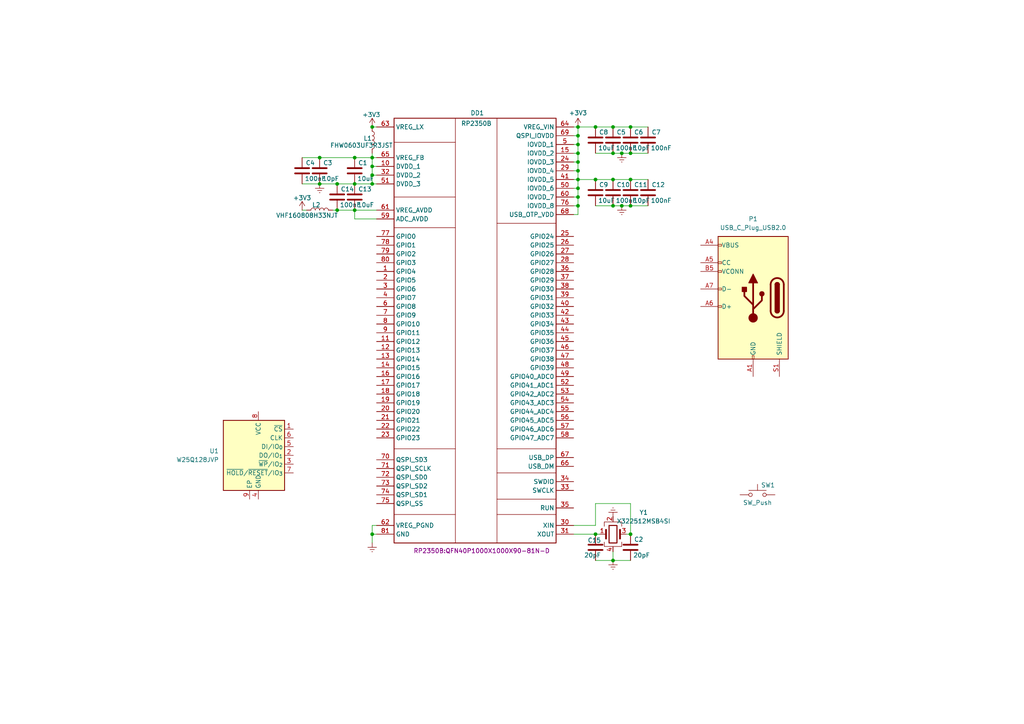
<source format=kicad_sch>
(kicad_sch (version 20250114) (generator "eeschema") (generator_version "9.0")
  (paper "A4")
  (lib_symbols
    (symbol "Connector:USB_C_Plug_USB2.0" (pin_names (offset 1.016))
      (property "Reference" "P" (at -10.16 19.05 0))
      (property "Value" "USB_C_Plug_USB2.0" (at 12.7 19.05 0))
      (symbol "USB_C_Plug_USB2.0_0_0"
        (rectangle (start -0.254 -17.78) (end 0.254 -16.764))
        (rectangle (start 10.16 15.494) (end 9.144 14.986))
        (rectangle (start 10.16 10.414) (end 9.144 9.906))
        (rectangle (start 10.16 7.874) (end 9.144 7.366))
        (rectangle (start 10.16 2.794) (end 9.144 2.286))
        (rectangle (start 10.16 -2.286) (end 9.144 -2.794))
      )
      (symbol "USB_C_Plug_USB2.0_0_1"
        (rectangle (start -10.16 17.78) (end 10.16 -17.78) (stroke (width 0.254)) (fill (type background)))
        (polyline (pts (xy -8.89 -3.81) (xy -8.89 3.81)) (stroke (width 0.508)))
        (rectangle (start -7.62 -3.81) (end -6.35 3.81) (stroke (width 0.254)) (fill (type outline)))
        (arc (start -7.62 3.81) (mid -6.985 4.4423) (end -6.35 3.81) (stroke (width 0.254)))
        (arc (start -7.62 3.81) (mid -6.985 4.4423) (end -6.35 3.81) (stroke (width 0.254)) (fill (type outline)))
        (arc (start -8.89 3.81) (mid -6.985 5.7067) (end -5.08 3.81) (stroke (width 0.508)))
        (arc (start -5.08 -3.81) (mid -6.985 -5.7067) (end -8.89 -3.81) (stroke (width 0.508)))
        (arc (start -6.35 -3.81) (mid -6.985 -4.4423) (end -7.62 -3.81) (stroke (width 0.254)))
        (arc (start -6.35 -3.81) (mid -6.985 -4.4423) (end -7.62 -3.81) (stroke (width 0.254)) (fill (type outline)))
        (polyline (pts (xy -5.08 3.81) (xy -5.08 -3.81)) (stroke (width 0.508)))
        (circle (center -2.54 1.143) (radius 0.635) (stroke (width 0.254)) (fill (type outline)))
        (polyline (pts (xy -1.27 4.318) (xy 0 6.858) (xy 1.27 4.318) (xy -1.27 4.318)) (stroke (width 0.254)) (fill (type outline)))
        (polyline (pts (xy 0 -2.032) (xy 2.54 0.508) (xy 2.54 1.778)) (stroke (width 0.508)))
        (polyline (pts (xy 0 -3.302) (xy -2.54 -0.762) (xy -2.54 0.508)) (stroke (width 0.508)))
        (polyline (pts (xy 0 -5.842) (xy 0 4.318)) (stroke (width 0.508)))
        (circle (center 0 -5.842) (radius 1.27) (fill (type outline)))
        (rectangle (start 1.905 1.778) (end 3.175 3.048) (stroke (width 0.254)) (fill (type outline)))
      )
      (symbol "USB_C_Plug_USB2.0_1_1"
        (pin passive line (at -7.62 -22.86 90) (length 5.08) (name "SHIELD") (number "S1"))
        (pin passive line (at 0 -22.86 90) (length 5.08) (name "GND") (number "A1"))
        (pin passive line (at 0 -22.86 90) (length 5.08) (hide yes) (name "GND") (number "A12"))
        (pin passive line (at 0 -22.86 90) (length 5.08) (hide yes) (name "GND") (number "B1"))
        (pin passive line (at 0 -22.86 90) (length 5.08) (hide yes) (name "GND") (number "B12"))
        (pin passive line (at 15.24 15.24 180) (length 5.08) (name "VBUS") (number "A4"))
        (pin passive line (at 15.24 15.24 180) (length 5.08) (hide yes) (name "VBUS") (number "A9"))
        (pin passive line (at 15.24 15.24 180) (length 5.08) (hide yes) (name "VBUS") (number "B4"))
        (pin passive line (at 15.24 15.24 180) (length 5.08) (hide yes) (name "VBUS") (number "B9"))
        (pin bidirectional line (at 15.24 10.16 180) (length 5.08) (name "CC") (number "A5"))
        (pin bidirectional line (at 15.24 7.62 180) (length 5.08) (name "VCONN") (number "B5"))
        (pin bidirectional line (at 15.24 2.54 180) (length 5.08) (name "D-") (number "A7"))
        (pin bidirectional line (at 15.24 -2.54 180) (length 5.08) (name "D+") (number "A6"))
      )
    )
    (symbol "Device:C" (pin_numbers (hide yes)) (pin_names (offset 0.254))
      (property "Reference" "C" (at 0.635 2.54 0))
      (property "Value" "C" (at 0.635 -2.54 0))
      (symbol "C_0_1"
        (polyline (pts (xy -2.032 0.762) (xy 2.032 0.762)) (stroke (width 0.508)))
        (polyline (pts (xy -2.032 -0.762) (xy 2.032 -0.762)) (stroke (width 0.508)))
      )
      (symbol "C_1_1"
        (pin passive line (at 0 3.81 270) (length 2.794) (name "~") (number "1"))
        (pin passive line (at 0 -3.81 90) (length 2.794) (name "~") (number "2"))
      )
    )
    (symbol "Device:Crystal_GND24" (pin_names (offset 1.016) (hide yes))
      (property "Reference" "Y" (at 3.175 5.08 0))
      (property "Value" "Crystal_GND24" (at 3.175 3.175 0))
      (symbol "Crystal_GND24_0_1"
        (polyline (pts (xy -2.54 2.286) (xy -2.54 3.556) (xy 2.54 3.556) (xy 2.54 2.286)))
        (polyline (pts (xy -2.54 0) (xy -2.032 0)))
        (polyline (pts (xy -2.54 -2.286) (xy -2.54 -3.556) (xy 2.54 -3.556) (xy 2.54 -2.286)))
        (polyline (pts (xy -2.032 -1.27) (xy -2.032 1.27)) (stroke (width 0.508)))
        (rectangle (start -1.143 2.54) (end 1.143 -2.54) (stroke (width 0.3048)))
        (polyline (pts (xy 0 3.556) (xy 0 3.81)))
        (polyline (pts (xy 0 -3.81) (xy 0 -3.556)))
        (polyline (pts (xy 2.032 0) (xy 2.54 0)))
        (polyline (pts (xy 2.032 -1.27) (xy 2.032 1.27)) (stroke (width 0.508)))
      )
      (symbol "Crystal_GND24_1_1"
        (pin passive line (at -3.81 0 0) (length 1.27) (name "1") (number "1"))
        (pin passive line (at 0 5.08 270) (length 1.27) (name "2") (number "2"))
        (pin passive line (at 0 -5.08 90) (length 1.27) (name "4") (number "4"))
        (pin passive line (at 3.81 0 180) (length 1.27) (name "3") (number "3"))
      )
    )
    (symbol "Device:L" (pin_numbers (hide yes)) (pin_names (offset 1.016) (hide yes))
      (property "Reference" "L" (at -1.27 0 90))
      (property "Value" "L" (at 1.905 0 90))
      (symbol "L_0_1"
        (arc (start 0 2.54) (mid 0.6323 1.905) (end 0 1.27))
        (arc (start 0 1.27) (mid 0.6323 0.635) (end 0 0))
        (arc (start 0 0) (mid 0.6323 -0.635) (end 0 -1.27))
        (arc (start 0 -1.27) (mid 0.6323 -1.905) (end 0 -2.54))
      )
      (symbol "L_1_1"
        (pin passive line (at 0 3.81 270) (length 1.27) (name "1") (number "1"))
        (pin passive line (at 0 -3.81 90) (length 1.27) (name "2") (number "2"))
      )
    )
    (symbol "Memory_Flash:W25Q128JVP"
      (property "Reference" "U" (at -6.35 11.43 0))
      (property "Value" "W25Q128JVP" (at 7.62 11.43 0))
      (symbol "W25Q128JVP_0_1"
        (rectangle (start -7.62 10.16) (end 10.16 -10.16) (stroke (width 0.254)) (fill (type background)))
      )
      (symbol "W25Q128JVP_1_1"
        (pin input line (at -10.16 7.62 0) (length 2.54) (name "~{CS}") (number "1"))
        (pin input line (at -10.16 5.08 0) (length 2.54) (name "CLK") (number "6"))
        (pin bidirectional line (at -10.16 2.54 0) (length 2.54) (name "DI/IO_{0}") (number "5"))
        (pin bidirectional line (at -10.16 0 0) (length 2.54) (name "DO/IO_{1}") (number "2"))
        (pin bidirectional line (at -10.16 -2.54 0) (length 2.54) (name "~{WP}/IO_{2}") (number "3"))
        (pin bidirectional line (at -10.16 -5.08 0) (length 2.54) (name "~{HOLD}/~{RESET}/IO_{3}") (number "7"))
        (pin power_in line (at 0 12.7 270) (length 2.54) (name "VCC") (number "8"))
        (pin power_in line (at 0 -12.7 90) (length 2.54) (name "GND") (number "4"))
        (pin passive line (at 2.54 -12.7 90) (length 2.54) (name "EP") (number "9"))
      )
    )
    (symbol "RP2350B:RP2350B"
      (property "Reference" "DD" (at 33.528 22.352 0))
      (property "Value" "RP2350B" (at 31.242 19.05 0))
      (property "Footprint" "RP2350B:QFN40P1000X1000X90-81N-D" (at 19.6975 -66.9925 90))
      (symbol "RP2350B_1_1"
        (rectangle (start 10.16 20.32) (end 57.15 -102.87) (stroke (width 0.254)))
        (polyline (pts (xy 10.16 13.335) (xy 27.94 13.335)))
        (polyline (pts (xy 10.16 -2.54) (xy 27.94 -2.54)))
        (polyline (pts (xy 10.16 -11.43) (xy 27.94 -11.43)))
        (polyline (pts (xy 10.16 -75.565) (xy 27.94 -75.565)))
        (polyline (pts (xy 10.16 -94.615) (xy 27.94 -94.615)))
        (polyline (pts (xy 27.94 20.32) (xy 27.94 -102.87)))
        (polyline (pts (xy 40.005 20.32) (xy 40.005 -102.87)))
        (polyline (pts (xy 40.005 -10.16) (xy 57.15 -10.16)))
        (polyline (pts (xy 40.005 -75.565) (xy 57.15 -75.565)))
        (polyline (pts (xy 40.005 -82.55) (xy 57.15 -82.55)))
        (polyline (pts (xy 40.005 -90.17) (xy 57.15 -90.17)))
        (polyline (pts (xy 40.005 -94.615) (xy 57.15 -94.615)))
        (pin passive line (at 5.08 17.78 0) (length 5.08) (name "VREG_LX") (number "63"))
        (pin passive line (at 5.08 8.89 0) (length 5.08) (name "VREG_FB") (number "65"))
        (pin passive line (at 5.08 6.35 0) (length 5.08) (name "DVDD_1") (number "10"))
        (pin passive line (at 5.08 3.81 0) (length 5.08) (name "DVDD_2") (number "32"))
        (pin passive line (at 5.08 1.27 0) (length 5.08) (name "DVDD_3") (number "51"))
        (pin passive line (at 5.08 -6.35 0) (length 5.08) (name "VREG_AVDD") (number "61"))
        (pin passive line (at 5.08 -8.89 0) (length 5.08) (name "ADC_AVDD") (number "59"))
        (pin passive line (at 5.08 -13.97 0) (length 5.08) (name "GPIO0") (number "77"))
        (pin passive line (at 5.08 -16.51 0) (length 5.08) (name "GPIO1") (number "78"))
        (pin passive line (at 5.08 -19.05 0) (length 5.08) (name "GPIO2") (number "79"))
        (pin passive line (at 5.08 -21.59 0) (length 5.08) (name "GPIO3") (number "80"))
        (pin passive line (at 5.08 -24.13 0) (length 5.08) (name "GPIO4") (number "1"))
        (pin passive line (at 5.08 -26.67 0) (length 5.08) (name "GPIO5") (number "2"))
        (pin passive line (at 5.08 -29.21 0) (length 5.08) (name "GPIO6") (number "3"))
        (pin passive line (at 5.08 -31.75 0) (length 5.08) (name "GPIO7") (number "4"))
        (pin passive line (at 5.08 -34.29 0) (length 5.08) (name "GPIO8") (number "6"))
        (pin passive line (at 5.08 -36.83 0) (length 5.08) (name "GPIO9") (number "7"))
        (pin passive line (at 5.08 -39.37 0) (length 5.08) (name "GPIO10") (number "8"))
        (pin passive line (at 5.08 -41.91 0) (length 5.08) (name "GPIO11") (number "9"))
        (pin passive line (at 5.08 -44.45 0) (length 5.08) (name "GPIO12") (number "11"))
        (pin passive line (at 5.08 -46.99 0) (length 5.08) (name "GPIO13") (number "12"))
        (pin passive line (at 5.08 -49.53 0) (length 5.08) (name "GPIO14") (number "13"))
        (pin passive line (at 5.08 -52.07 0) (length 5.08) (name "GPIO15") (number "14"))
        (pin passive line (at 5.08 -54.61 0) (length 5.08) (name "GPIO16") (number "16"))
        (pin passive line (at 5.08 -57.15 0) (length 5.08) (name "GPIO17") (number "17"))
        (pin passive line (at 5.08 -59.69 0) (length 5.08) (name "GPIO18") (number "18"))
        (pin passive line (at 5.08 -62.23 0) (length 5.08) (name "GPIO19") (number "19"))
        (pin passive line (at 5.08 -64.77 0) (length 5.08) (name "GPIO20") (number "20"))
        (pin passive line (at 5.08 -67.31 0) (length 5.08) (name "GPIO21") (number "21"))
        (pin passive line (at 5.08 -69.85 0) (length 5.08) (name "GPIO22") (number "22"))
        (pin passive line (at 5.08 -72.39 0) (length 5.08) (name "GPIO23") (number "23"))
        (pin passive line (at 5.08 -78.74 0) (length 5.08) (name "QSPI_SD3") (number "70"))
        (pin passive line (at 5.08 -81.28 0) (length 5.08) (name "QSPI_SCLK") (number "71"))
        (pin passive line (at 5.08 -83.82 0) (length 5.08) (name "QSPI_SD0") (number "72"))
        (pin passive line (at 5.08 -86.36 0) (length 5.08) (name "QSPI_SD2") (number "73"))
        (pin passive line (at 5.08 -88.9 0) (length 5.08) (name "QSPI_SD1") (number "74"))
        (pin passive line (at 5.08 -91.44 0) (length 5.08) (name "QSPI_SS") (number "75"))
        (pin passive line (at 5.08 -97.79 0) (length 5.08) (name "VREG_PGND") (number "62"))
        (pin passive line (at 5.08 -100.33 0) (length 5.08) (name "GND") (number "81"))
        (pin passive line (at 62.23 17.78 180) (length 5.08) (name "VREG_VIN") (number "64"))
        (pin passive line (at 62.23 15.24 180) (length 5.08) (name "QSPI_IOVDD") (number "69"))
        (pin passive line (at 62.23 12.7 180) (length 5.08) (name "IOVDD_1") (number "5"))
        (pin passive line (at 62.23 10.16 180) (length 5.08) (name "IOVDD_2") (number "15"))
        (pin passive line (at 62.23 7.62 180) (length 5.08) (name "IOVDD_3") (number "24"))
        (pin passive line (at 62.23 5.08 180) (length 5.08) (name "IOVDD_4") (number "29"))
        (pin passive line (at 62.23 2.54 180) (length 5.08) (name "IOVDD_5") (number "41"))
        (pin passive line (at 62.23 0 180) (length 5.08) (name "IOVDD_6") (number "50"))
        (pin passive line (at 62.23 -2.54 180) (length 5.08) (name "IOVDD_7") (number "60"))
        (pin passive line (at 62.23 -5.08 180) (length 5.08) (name "IOVDD_8") (number "76"))
        (pin passive line (at 62.23 -7.62 180) (length 5.08) (name "USB_OTP_VDD") (number "68"))
        (pin passive line (at 62.23 -13.97 180) (length 5.08) (name "GPIO24") (number "25"))
        (pin passive line (at 62.23 -16.51 180) (length 5.08) (name "GPIO25") (number "26"))
        (pin passive line (at 62.23 -19.05 180) (length 5.08) (name "GPIO26") (number "27"))
        (pin passive line (at 62.23 -21.59 180) (length 5.08) (name "GPIO27") (number "28"))
        (pin passive line (at 62.23 -24.13 180) (length 5.08) (name "GPIO28") (number "36"))
        (pin passive line (at 62.23 -26.67 180) (length 5.08) (name "GPIO29") (number "37"))
        (pin passive line (at 62.23 -29.21 180) (length 5.08) (name "GPIO30") (number "38"))
        (pin passive line (at 62.23 -31.75 180) (length 5.08) (name "GPIO31") (number "39"))
        (pin passive line (at 62.23 -34.29 180) (length 5.08) (name "GPIO32") (number "40"))
        (pin passive line (at 62.23 -36.83 180) (length 5.08) (name "GPIO33") (number "42"))
        (pin passive line (at 62.23 -39.37 180) (length 5.08) (name "GPIO34") (number "43"))
        (pin passive line (at 62.23 -41.91 180) (length 5.08) (name "GPIO35") (number "44"))
        (pin passive line (at 62.23 -44.45 180) (length 5.08) (name "GPIO36") (number "45"))
        (pin passive line (at 62.23 -46.99 180) (length 5.08) (name "GPIO37") (number "46"))
        (pin passive line (at 62.23 -49.53 180) (length 5.08) (name "GPIO38") (number "47"))
        (pin passive line (at 62.23 -52.07 180) (length 5.08) (name "GPIO39") (number "48"))
        (pin passive line (at 62.23 -54.61 180) (length 5.08) (name "GPIO40_ADC0") (number "49"))
        (pin passive line (at 62.23 -57.15 180) (length 5.08) (name "GPIO41_ADC1") (number "52"))
        (pin passive line (at 62.23 -59.69 180) (length 5.08) (name "GPIO42_ADC2") (number "53"))
        (pin passive line (at 62.23 -62.23 180) (length 5.08) (name "GPIO43_ADC3") (number "54"))
        (pin passive line (at 62.23 -64.77 180) (length 5.08) (name "GPIO44_ADC4") (number "55"))
        (pin passive line (at 62.23 -67.31 180) (length 5.08) (name "GPIO45_ADC5") (number "56"))
        (pin passive line (at 62.23 -69.85 180) (length 5.08) (name "GPIO46_ADC6") (number "57"))
        (pin passive line (at 62.23 -72.39 180) (length 5.08) (name "GPIO47_ADC7") (number "58"))
        (pin passive line (at 62.23 -78.105 180) (length 5.08) (name "USB_DP") (number "67"))
        (pin passive line (at 62.23 -80.645 180) (length 5.08) (name "USB_DM") (number "66"))
        (pin passive line (at 62.23 -85.09 180) (length 5.08) (name "SWDIO") (number "34"))
        (pin passive line (at 62.23 -87.63 180) (length 5.08) (name "SWCLK") (number "33"))
        (pin passive line (at 62.23 -92.71 180) (length 5.08) (name "RUN") (number "35"))
        (pin passive line (at 62.23 -97.79 180) (length 5.08) (name "XIN") (number "30"))
        (pin passive line (at 62.23 -100.33 180) (length 5.08) (name "XOUT") (number "31"))
      )
    )
    (symbol "Switch:SW_Push" (pin_numbers (hide yes)) (pin_names (offset 1.016) (hide yes))
      (property "Reference" "SW" (at 1.27 2.54 0))
      (property "Value" "SW_Push" (at 0 -1.524 0))
      (symbol "SW_Push_0_1"
        (circle (center -2.032 0) (radius 0.508))
        (polyline (pts (xy 0 1.27) (xy 0 3.048)))
        (circle (center 2.032 0) (radius 0.508))
        (polyline (pts (xy 2.54 1.27) (xy -2.54 1.27)))
        (pin passive line (at -5.08 0 0) (length 2.54) (name "1") (number "1"))
        (pin passive line (at 5.08 0 180) (length 2.54) (name "2") (number "2"))
      )
    )
    (symbol "power:+3V3" (power) (pin_numbers (hide yes)) (pin_names (offset 0) (hide yes))
      (property "Value" "+3V3" (at 0 3.556 0))
      (symbol "+3V3_0_1"
        (polyline (pts (xy -0.762 1.27) (xy 0 2.54)))
        (polyline (pts (xy 0 2.54) (xy 0.762 1.27)))
        (polyline (pts (xy 0 0) (xy 0 2.54)))
      )
      (symbol "+3V3_1_1"
        (pin power_in line (at 0 0 90) (length 0) (name "~") (number "1"))
      )
    )
    (symbol "power:Earth" (power) (pin_numbers (hide yes)) (pin_names (offset 0) (hide yes))
      (property "Value" "Earth" (at 0 -3.81 0))
      (symbol "Earth_0_1"
        (polyline (pts (xy -0.635 -1.905) (xy 0.635 -1.905)))
        (polyline (pts (xy -0.127 -2.54) (xy 0.127 -2.54)))
        (polyline (pts (xy 0 -1.27) (xy 0 0)))
        (polyline (pts (xy 1.27 -1.27) (xy -1.27 -1.27)))
      )
      (symbol "Earth_1_1"
        (pin power_in line (at 0 0 270) (length 0) (name "~") (number "1"))
      )
    )
  )
  (junction (at 102.87 45.72))
  (junction (at 107.95 36.83))
  (junction (at 167.64 49.53))
  (junction (at 180.34 59.69))
  (junction (at 107.95 48.26))
  (junction (at 97.79 60.96))
  (junction (at 177.8 162.56))
  (junction (at 107.95 53.34))
  (junction (at 172.72 154.94))
  (junction (at 92.71 53.34))
  (junction (at 107.95 45.72))
  (junction (at 172.72 36.83))
  (junction (at 97.79 53.34))
  (junction (at 177.8 44.45))
  (junction (at 167.64 57.15))
  (junction (at 167.64 44.45))
  (junction (at 102.87 53.34))
  (junction (at 92.71 45.72))
  (junction (at 167.64 52.07))
  (junction (at 167.64 54.61))
  (junction (at 182.88 59.69))
  (junction (at 180.34 44.45))
  (junction (at 167.64 39.37))
  (junction (at 182.88 36.83))
  (junction (at 182.88 44.45))
  (junction (at 182.88 52.07))
  (junction (at 167.64 46.99))
  (junction (at 107.95 154.94))
  (junction (at 172.72 52.07))
  (junction (at 182.88 154.94))
  (junction (at 177.8 59.69))
  (junction (at 177.8 36.83))
  (junction (at 167.64 36.83))
  (junction (at 102.87 60.96))
  (junction (at 177.8 52.07))
  (junction (at 107.95 50.8))
  (junction (at 167.64 59.69))
  (junction (at 167.64 41.91))
  (wire (pts (xy 107.95 45.72) (xy 109.22 45.72)))
  (wire (pts (xy 167.64 52.07) (xy 167.64 54.61)))
  (wire (pts (xy 107.95 50.8) (xy 107.95 53.34)))
  (wire (pts (xy 181.61 154.94) (xy 182.88 154.94)))
  (wire (pts (xy 166.37 62.23) (xy 167.64 62.23)))
  (wire (pts (xy 167.64 46.99) (xy 167.64 49.53)))
  (wire (pts (xy 166.37 49.53) (xy 167.64 49.53)))
  (wire (pts (xy 107.95 45.72) (xy 107.95 48.26)))
  (wire (pts (xy 172.72 146.05) (xy 182.88 146.05)))
  (wire (pts (xy 167.64 57.15) (xy 167.64 59.69)))
  (wire (pts (xy 107.95 48.26) (xy 109.22 48.26)))
  (wire (pts (xy 107.95 48.26) (xy 107.95 50.8)))
  (wire (pts (xy 87.63 53.34) (xy 92.71 53.34)))
  (wire (pts (xy 167.64 54.61) (xy 167.64 57.15)))
  (wire (pts (xy 182.88 146.05) (xy 182.88 154.94)))
  (wire (pts (xy 177.8 59.69) (xy 180.34 59.69)))
  (wire (pts (xy 172.72 162.56) (xy 177.8 162.56)))
  (wire (pts (xy 87.63 45.72) (xy 92.71 45.72)))
  (wire (pts (xy 180.34 44.45) (xy 182.88 44.45)))
  (wire (pts (xy 102.87 60.96) (xy 102.87 63.5)))
  (wire (pts (xy 107.95 157.48) (xy 107.95 154.94)))
  (wire (pts (xy 166.37 41.91) (xy 167.64 41.91)))
  (wire (pts (xy 172.72 152.4) (xy 172.72 146.05)))
  (wire (pts (xy 102.87 60.96) (xy 109.22 60.96)))
  (wire (pts (xy 177.8 52.07) (xy 182.88 52.07)))
  (wire (pts (xy 166.37 59.69) (xy 167.64 59.69)))
  (wire (pts (xy 182.88 52.07) (xy 187.96 52.07)))
  (wire (pts (xy 172.72 52.07) (xy 177.8 52.07)))
  (wire (pts (xy 167.64 36.83) (xy 167.64 39.37)))
  (wire (pts (xy 177.8 160.02) (xy 177.8 162.56)))
  (wire (pts (xy 102.87 53.34) (xy 107.95 53.34)))
  (wire (pts (xy 167.64 52.07) (xy 172.72 52.07)))
  (wire (pts (xy 107.95 36.83) (xy 109.22 36.83)))
  (wire (pts (xy 166.37 54.61) (xy 167.64 54.61)))
  (wire (pts (xy 107.95 44.45) (xy 107.95 45.72)))
  (wire (pts (xy 166.37 152.4) (xy 172.72 152.4)))
  (wire (pts (xy 109.22 63.5) (xy 102.87 63.5)))
  (wire (pts (xy 107.95 152.4) (xy 107.95 154.94)))
  (wire (pts (xy 167.64 49.53) (xy 167.64 52.07)))
  (wire (pts (xy 167.64 41.91) (xy 167.64 44.45)))
  (wire (pts (xy 167.64 36.83) (xy 172.72 36.83)))
  (wire (pts (xy 182.88 36.83) (xy 187.96 36.83)))
  (wire (pts (xy 182.88 44.45) (xy 187.96 44.45)))
  (wire (pts (xy 177.8 162.56) (xy 182.88 162.56)))
  (wire (pts (xy 172.72 36.83) (xy 177.8 36.83)))
  (wire (pts (xy 177.8 44.45) (xy 180.34 44.45)))
  (wire (pts (xy 180.34 59.69) (xy 182.88 59.69)))
  (wire (pts (xy 97.79 60.96) (xy 102.87 60.96)))
  (wire (pts (xy 166.37 36.83) (xy 167.64 36.83)))
  (wire (pts (xy 177.8 36.83) (xy 182.88 36.83)))
  (wire (pts (xy 107.95 154.94) (xy 109.22 154.94)))
  (wire (pts (xy 166.37 39.37) (xy 167.64 39.37)))
  (wire (pts (xy 107.95 53.34) (xy 109.22 53.34)))
  (wire (pts (xy 109.22 152.4) (xy 107.95 152.4)))
  (wire (pts (xy 167.64 59.69) (xy 167.64 62.23)))
  (wire (pts (xy 172.72 44.45) (xy 177.8 44.45)))
  (wire (pts (xy 102.87 45.72) (xy 107.95 45.72)))
  (wire (pts (xy 167.64 44.45) (xy 167.64 46.99)))
  (wire (pts (xy 172.72 59.69) (xy 177.8 59.69)))
  (wire (pts (xy 166.37 57.15) (xy 167.64 57.15)))
  (wire (pts (xy 96.52 60.96) (xy 97.79 60.96)))
  (wire (pts (xy 166.37 46.99) (xy 167.64 46.99)))
  (wire (pts (xy 172.72 154.94) (xy 173.99 154.94)))
  (wire (pts (xy 166.37 44.45) (xy 167.64 44.45)))
  (wire (pts (xy 87.63 60.96) (xy 88.9 60.96)))
  (wire (pts (xy 92.71 53.34) (xy 97.79 53.34)))
  (wire (pts (xy 107.95 50.8) (xy 109.22 50.8)))
  (wire (pts (xy 182.88 59.69) (xy 187.96 59.69)))
  (wire (pts (xy 97.79 53.34) (xy 102.87 53.34)))
  (wire (pts (xy 167.64 39.37) (xy 167.64 41.91)))
  (wire (pts (xy 166.37 52.07) (xy 167.64 52.07)))
  (wire (pts (xy 166.37 154.94) (xy 172.72 154.94)))
  (wire (pts (xy 92.71 45.72) (xy 102.87 45.72)))
  (symbol (lib_id "Device:C") (at 182.88 158.75 180) (unit 1)
    (property "Reference" "C2" (at 183.896 156.464 0) (effects (justify right)))
    (property "Value" "20pF" (at 183.642 161.036 0) (effects (justify right)))
    (property "Footprint" "Capacitor_SMD:C_0603_1608Metric" (effects (hide yes)))
    (property "Description" "Unpolarized capacitor" (effects (hide yes)))
  )
  (symbol (lib_id "Device:C") (at 87.63 49.53 180) (unit 1)
    (property "Reference" "C4" (at 88.646 47.244 0) (effects (justify right)))
    (property "Value" "100nF" (at 88.392 51.816 0) (effects (justify right)))
    (property "Footprint" "Capacitor_SMD:C_0603_1608Metric" (effects (hide yes)))
    (property "Description" "Unpolarized capacitor" (effects (hide yes)))
  )
  (symbol (lib_id "Device:C") (at 172.72 158.75 180) (unit 1)
    (property "Reference" "C15" (at 170.434 156.718 0) (effects (justify right)))
    (property "Value" "20pF" (at 169.418 161.036 0) (effects (justify right)))
    (property "Footprint" "Capacitor_SMD:C_0603_1608Metric" (effects (hide yes)))
    (property "Description" "Unpolarized capacitor" (effects (hide yes)))
  )
  (symbol (lib_id "Device:Crystal_GND24") (at 177.8 154.94 0) (unit 1)
    (property "Reference" "Y1" (at 186.69 148.6335 0))
    (property "Value" "X322512MSB4SI" (at 186.69 151.1735 0))
    (property "Footprint" "Crystal:Crystal_SMD_3225-4Pin_3.2x2.5mm" (effects (hide yes)))
    (property "Description" "Four pin crystal, GND on pins 2 and 4" (effects (hide yes)))
  )
  (symbol (lib_id "Device:L") (at 107.95 40.64 0) (unit 1)
    (property "Reference" "L1" (at 105.41 40.132 0) (effects (justify left)))
    (property "Value" "FHW0603UF3R3JST" (at 95.758 42.164 0) (effects (justify left)))
    (property "Footprint" "Inductor_SMD:L_0603_1608Metric" (effects (hide yes)))
    (property "Description" "Inductor" (effects (hide yes)))
  )
  (symbol (lib_id "power:Earth") (at 92.71 53.34 0) (unit 1)
    (property "Reference" "#PWR06" (effects (hide yes)))
    (property "Value" "Earth" (effects (hide yes)))
    (property "Description" "Power symbol creates a global label with name \"Earth\"" (effects (hide yes)))
  )
  (symbol (lib_id "Device:C") (at 102.87 49.53 180) (unit 1)
    (property "Reference" "C1" (at 103.886 47.244 0) (effects (justify right)))
    (property "Value" "10uF" (at 103.632 51.816 0) (effects (justify right)))
    (property "Footprint" "Capacitor_SMD:C_0603_1608Metric" (effects (hide yes)))
    (property "Description" "Unpolarized capacitor" (effects (hide yes)))
  )
  (symbol (lib_id "Switch:SW_Push") (at 219.71 143.51 0) (unit 1)
    (property "Reference" "SW1" (at 222.758 140.716 0))
    (property "Value" "SW_Push" (at 219.71 145.796 0))
    (property "Footprint" "Button_Switch_SMD:SW_SPST_PTS810" (effects (hide yes)))
    (property "Description" "Push button switch, generic, two pins" (effects (hide yes)))
  )
  (symbol (lib_id "Device:C") (at 172.72 55.88 180) (unit 1)
    (property "Reference" "C9" (at 173.736 53.594 0) (effects (justify right)))
    (property "Value" "10uF" (at 173.482 58.166 0) (effects (justify right)))
    (property "Footprint" "Capacitor_SMD:C_0603_1608Metric" (effects (hide yes)))
    (property "Description" "Unpolarized capacitor" (effects (hide yes)))
  )
  (symbol (lib_id "power:Earth") (at 177.8 149.86 180) (unit 1)
    (property "Reference" "#PWR08" (effects (hide yes)))
    (property "Value" "Earth" (effects (hide yes)))
    (property "Description" "Power symbol creates a global label with name \"Earth\"" (effects (hide yes)))
  )
  (symbol (lib_id "Device:C") (at 92.71 49.53 180) (unit 1)
    (property "Reference" "C3" (at 93.726 47.244 0) (effects (justify right)))
    (property "Value" "10pF" (at 93.472 51.816 0) (effects (justify right)))
    (property "Footprint" "Capacitor_SMD:C_0603_1608Metric" (effects (hide yes)))
    (property "Description" "Unpolarized capacitor" (effects (hide yes)))
  )
  (symbol (lib_id "Memory_Flash:W25Q128JVP") (at 74.93 132.08 0) (mirror y) (unit 1)
    (property "Reference" "U1" (at 63.5 130.81 0) (effects (justify left)))
    (property "Value" "W25Q128JVP" (at 63.5 133.35 0) (effects (justify left)))
    (property "Footprint" "Package_SON:WSON-8-1EP_6x5mm_P1.27mm_EP3.4x4.3mm" (effects (hide yes)))
    (property "Datasheet" "https://www.winbond.com/resource-files/w25q128jv_dtr%20revc%2003272018%20plus.pdf" (effects (hide yes)))
    (property "Description" "128Mbit / 16MiB Serial Flash Memory, Standard/Dual/Quad SPI, 2.7-3.6V, WSON-8" (effects (hide yes)))
  )
  (symbol (lib_id "power:+3V3") (at 167.64 36.83 0) (unit 1)
    (property "Reference" "#PWR03" (effects (hide yes)))
    (property "Value" "+3V3" (at 167.64 32.766 0))
    (property "Description" "Power symbol creates a global label with name \"+3V3\"" (effects (hide yes)))
  )
  (symbol (lib_id "Connector:USB_C_Plug_USB2.0") (at 218.44 86.36 0) (mirror y) (unit 1)
    (property "Reference" "P1" (at 218.44 63.5 0))
    (property "Value" "USB_C_Plug_USB2.0" (at 218.44 66.04 0))
    (property "Footprint" "Connector_USB:USB_C_Receptacle_GCT_USB4105-xx-A_16P_TopMnt_Horizontal" (effects (hide yes)))
    (property "Datasheet" "https://www.usb.org/sites/default/files/documents/usb_type-c.zip" (effects (hide yes)))
    (property "Description" "USB 2.0-only Type-C Plug connector" (effects (hide yes)))
  )
  (symbol (lib_id "Device:C") (at 97.79 57.15 180) (unit 1)
    (property "Reference" "C14" (at 98.806 54.864 0) (effects (justify right)))
    (property "Value" "100nF" (at 98.552 59.436 0) (effects (justify right)))
    (property "Footprint" "Capacitor_SMD:C_0603_1608Metric" (effects (hide yes)))
    (property "Description" "Unpolarized capacitor" (effects (hide yes)))
  )
  (symbol (lib_id "power:Earth") (at 107.95 157.48 0) (unit 1)
    (property "Reference" "#PWR01" (effects (hide yes)))
    (property "Value" "Earth" (effects (hide yes)))
    (property "Description" "Power symbol creates a global label with name \"Earth\"" (effects (hide yes)))
  )
  (symbol (lib_id "Device:C") (at 187.96 40.64 180) (unit 1)
    (property "Reference" "C7" (at 188.976 38.354 0) (effects (justify right)))
    (property "Value" "100nF" (at 188.722 42.926 0) (effects (justify right)))
    (property "Footprint" "Capacitor_SMD:C_0603_1608Metric" (effects (hide yes)))
    (property "Description" "Unpolarized capacitor" (effects (hide yes)))
  )
  (symbol (lib_id "Device:C") (at 182.88 55.88 180) (unit 1)
    (property "Reference" "C11" (at 183.896 53.594 0) (effects (justify right)))
    (property "Value" "10pF" (at 183.642 58.166 0) (effects (justify right)))
    (property "Footprint" "Capacitor_SMD:C_0603_1608Metric" (effects (hide yes)))
    (property "Description" "Unpolarized capacitor" (effects (hide yes)))
  )
  (symbol (lib_id "power:+3V3") (at 87.63 60.96 0) (unit 1)
    (property "Reference" "#PWR07" (effects (hide yes)))
    (property "Value" "+3V3" (at 87.63 57.404 0))
    (property "Description" "Power symbol creates a global label with name \"+3V3\"" (effects (hide yes)))
  )
  (symbol (lib_id "Device:C") (at 187.96 55.88 180) (unit 1)
    (property "Reference" "C12" (at 188.976 53.594 0) (effects (justify right)))
    (property "Value" "100nF" (at 188.722 58.166 0) (effects (justify right)))
    (property "Footprint" "Capacitor_SMD:C_0603_1608Metric" (effects (hide yes)))
    (property "Description" "Unpolarized capacitor" (effects (hide yes)))
  )
  (symbol (lib_id "power:Earth") (at 180.34 59.69 0) (unit 1)
    (property "Reference" "#PWR05" (effects (hide yes)))
    (property "Value" "Earth" (effects (hide yes)))
    (property "Description" "Power symbol creates a global label with name \"Earth\"" (effects (hide yes)))
  )
  (symbol (lib_id "Device:C") (at 177.8 40.64 180) (unit 1)
    (property "Reference" "C5" (at 178.816 38.354 0) (effects (justify right)))
    (property "Value" "100nF" (at 178.562 42.926 0) (effects (justify right)))
    (property "Footprint" "Capacitor_SMD:C_0603_1608Metric" (effects (hide yes)))
    (property "Description" "Unpolarized capacitor" (effects (hide yes)))
  )
  (symbol (lib_id "RP2350B:RP2350B") (at 104.14 54.61 0) (unit 1)
    (property "Reference" "DD1" (at 138.43 32.766 0))
    (property "Value" "RP2350B" (at 138.176 35.814 0))
    (property "Footprint" "RP2350B:QFN40P1000X1000X90-81N-D" (at 139.7 159.766 0))
    (property "Datasheet" "https://datasheets.raspberrypi.com/rp2350/rp2350-product-brief.pdf" (effects (hide yes)))
    (property "Description" "Dual Arm Cortex-M33 or dual Hazard3 RISC-V processors @ 150MHz" (effects (hide yes)))
    (property "Height" "0.9" (effects (hide yes)))
    (property "Manufacturer_Name" "RASPBERRY-PI" (effects (hide yes)))
    (property "Manufacturer_Part_Number" "RP2350B" (effects (hide yes)))
  )
  (symbol (lib_id "Device:L") (at 92.71 60.96 90) (unit 1)
    (property "Reference" "L2" (at 92.964 59.436 90) (effects (justify left)))
    (property "Value" "VHF160808H33NJT" (at 98.044 62.484 90) (effects (justify left)))
    (property "Footprint" "Inductor_SMD:L_0603_1608Metric" (effects (hide yes)))
    (property "Description" "Inductor" (effects (hide yes)))
  )
  (symbol (lib_id "Device:C") (at 182.88 40.64 180) (unit 1)
    (property "Reference" "C6" (at 183.896 38.354 0) (effects (justify right)))
    (property "Value" "10pF" (at 183.642 42.926 0) (effects (justify right)))
    (property "Footprint" "Capacitor_SMD:C_0603_1608Metric" (effects (hide yes)))
    (property "Description" "Unpolarized capacitor" (effects (hide yes)))
  )
  (symbol (lib_id "power:+3V3") (at 107.95 36.83 0) (unit 1)
    (property "Reference" "#PWR02" (effects (hide yes)))
    (property "Value" "+3V3" (at 107.696 33.274 0))
    (property "Description" "Power symbol creates a global label with name \"+3V3\"" (effects (hide yes)))
  )
  (symbol (lib_id "power:Earth") (at 180.34 44.45 0) (unit 1)
    (property "Reference" "#PWR04" (effects (hide yes)))
    (property "Value" "Earth" (effects (hide yes)))
    (property "Description" "Power symbol creates a global label with name \"Earth\"" (effects (hide yes)))
  )
  (symbol (lib_id "power:Earth") (at 177.8 162.56 0) (unit 1)
    (property "Reference" "#PWR09" (effects (hide yes)))
    (property "Value" "Earth" (effects (hide yes)))
    (property "Description" "Power symbol creates a global label with name \"Earth\"" (effects (hide yes)))
  )
  (symbol (lib_id "Device:C") (at 177.8 55.88 180) (unit 1)
    (property "Reference" "C10" (at 178.816 53.594 0) (effects (justify right)))
    (property "Value" "100nF" (at 178.562 58.166 0) (effects (justify right)))
    (property "Footprint" "Capacitor_SMD:C_0603_1608Metric" (effects (hide yes)))
    (property "Description" "Unpolarized capacitor" (effects (hide yes)))
  )
  (symbol (lib_id "Device:C") (at 172.72 40.64 180) (unit 1)
    (property "Reference" "C8" (at 173.736 38.354 0) (effects (justify right)))
    (property "Value" "10uF" (at 173.482 42.926 0) (effects (justify right)))
    (property "Footprint" "Capacitor_SMD:C_0603_1608Metric" (effects (hide yes)))
    (property "Description" "Unpolarized capacitor" (effects (hide yes)))
  )
  (symbol (lib_id "Device:C") (at 102.87 57.15 180) (unit 1)
    (property "Reference" "C13" (at 103.886 54.864 0) (effects (justify right)))
    (property "Value" "10uF" (at 103.632 59.436 0) (effects (justify right)))
    (property "Footprint" "Capacitor_SMD:C_0603_1608Metric" (effects (hide yes)))
    (property "Description" "Unpolarized capacitor" (effects (hide yes)))
  )
)
</source>
